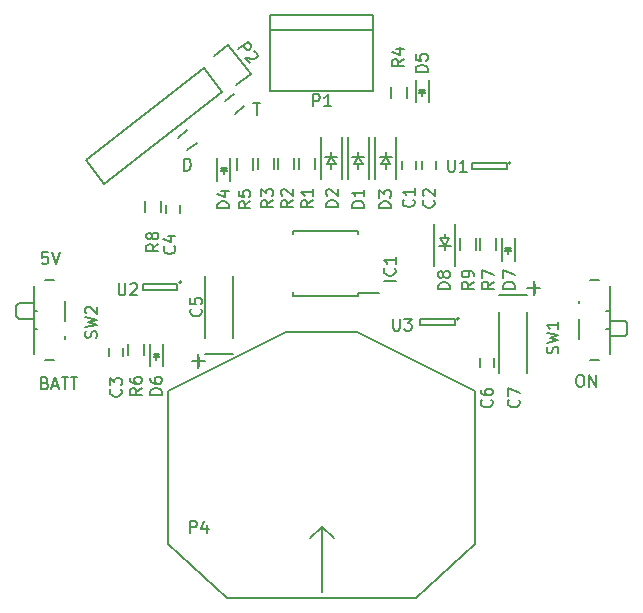
<source format=gbr>
G04 #@! TF.FileFunction,Legend,Top*
%FSLAX46Y46*%
G04 Gerber Fmt 4.6, Leading zero omitted, Abs format (unit mm)*
G04 Created by KiCad (PCBNEW 4.0.2+dfsg1-stable) date Mon 17 Oct 2016 06:19:30 PM CST*
%MOMM*%
G01*
G04 APERTURE LIST*
%ADD10C,0.100000*%
%ADD11C,0.150000*%
G04 APERTURE END LIST*
D10*
D11*
X88338095Y-87352381D02*
X88338095Y-86352381D01*
X88576190Y-86352381D01*
X88719048Y-86400000D01*
X88814286Y-86495238D01*
X88861905Y-86590476D01*
X88909524Y-86780952D01*
X88909524Y-86923810D01*
X88861905Y-87114286D01*
X88814286Y-87209524D01*
X88719048Y-87304762D01*
X88576190Y-87352381D01*
X88338095Y-87352381D01*
X94214286Y-81652381D02*
X94785715Y-81652381D01*
X94500000Y-82652381D02*
X94500000Y-81652381D01*
X121780952Y-104652381D02*
X121971429Y-104652381D01*
X122066667Y-104700000D01*
X122161905Y-104795238D01*
X122209524Y-104985714D01*
X122209524Y-105319048D01*
X122161905Y-105509524D01*
X122066667Y-105604762D01*
X121971429Y-105652381D01*
X121780952Y-105652381D01*
X121685714Y-105604762D01*
X121590476Y-105509524D01*
X121542857Y-105319048D01*
X121542857Y-104985714D01*
X121590476Y-104795238D01*
X121685714Y-104700000D01*
X121780952Y-104652381D01*
X122638095Y-105652381D02*
X122638095Y-104652381D01*
X123209524Y-105652381D01*
X123209524Y-104652381D01*
X76580953Y-105328571D02*
X76723810Y-105376190D01*
X76771429Y-105423810D01*
X76819048Y-105519048D01*
X76819048Y-105661905D01*
X76771429Y-105757143D01*
X76723810Y-105804762D01*
X76628572Y-105852381D01*
X76247619Y-105852381D01*
X76247619Y-104852381D01*
X76580953Y-104852381D01*
X76676191Y-104900000D01*
X76723810Y-104947619D01*
X76771429Y-105042857D01*
X76771429Y-105138095D01*
X76723810Y-105233333D01*
X76676191Y-105280952D01*
X76580953Y-105328571D01*
X76247619Y-105328571D01*
X77200000Y-105566667D02*
X77676191Y-105566667D01*
X77104762Y-105852381D02*
X77438095Y-104852381D01*
X77771429Y-105852381D01*
X77961905Y-104852381D02*
X78533334Y-104852381D01*
X78247619Y-105852381D02*
X78247619Y-104852381D01*
X78723810Y-104852381D02*
X79295239Y-104852381D01*
X79009524Y-105852381D02*
X79009524Y-104852381D01*
X76809524Y-94252381D02*
X76333333Y-94252381D01*
X76285714Y-94728571D01*
X76333333Y-94680952D01*
X76428571Y-94633333D01*
X76666667Y-94633333D01*
X76761905Y-94680952D01*
X76809524Y-94728571D01*
X76857143Y-94823810D01*
X76857143Y-95061905D01*
X76809524Y-95157143D01*
X76761905Y-95204762D01*
X76666667Y-95252381D01*
X76428571Y-95252381D01*
X76333333Y-95204762D01*
X76285714Y-95157143D01*
X77142857Y-94252381D02*
X77476190Y-95252381D01*
X77809524Y-94252381D01*
X106800000Y-87250000D02*
X106800000Y-86550000D01*
X108000000Y-86550000D02*
X108000000Y-87250000D01*
X108500000Y-87250000D02*
X108500000Y-86550000D01*
X109700000Y-86550000D02*
X109700000Y-87250000D01*
X83200000Y-102350000D02*
X83200000Y-103050000D01*
X82000000Y-103050000D02*
X82000000Y-102350000D01*
X86800000Y-90950000D02*
X86800000Y-90250000D01*
X88000000Y-90250000D02*
X88000000Y-90950000D01*
X113400000Y-103950000D02*
X113400000Y-103250000D01*
X114600000Y-103250000D02*
X114600000Y-103950000D01*
X115001120Y-99299040D02*
X115001120Y-104500960D01*
X117398880Y-104500960D02*
X117398880Y-99299040D01*
X118498700Y-97300060D02*
X117398880Y-97300060D01*
X117998320Y-96700620D02*
X117998320Y-97899500D01*
X117398880Y-97904580D02*
X115001120Y-97904580D01*
X103100000Y-86817500D02*
X103100000Y-87198500D01*
X103100000Y-85801500D02*
X103100000Y-86182500D01*
X103100000Y-86182500D02*
X103481000Y-86817500D01*
X103481000Y-86817500D02*
X102719000Y-86817500D01*
X102719000Y-86817500D02*
X103100000Y-86182500D01*
X103608000Y-86182500D02*
X102592000Y-86182500D01*
X102200000Y-84500000D02*
X102200000Y-88040000D01*
X104000000Y-84500000D02*
X104000000Y-88040000D01*
X100800000Y-86817500D02*
X100800000Y-87198500D01*
X100800000Y-85801500D02*
X100800000Y-86182500D01*
X100800000Y-86182500D02*
X101181000Y-86817500D01*
X101181000Y-86817500D02*
X100419000Y-86817500D01*
X100419000Y-86817500D02*
X100800000Y-86182500D01*
X101308000Y-86182500D02*
X100292000Y-86182500D01*
X99900000Y-84500000D02*
X99900000Y-88040000D01*
X101700000Y-84500000D02*
X101700000Y-88040000D01*
X105400000Y-86817500D02*
X105400000Y-87198500D01*
X105400000Y-85801500D02*
X105400000Y-86182500D01*
X105400000Y-86182500D02*
X105781000Y-86817500D01*
X105781000Y-86817500D02*
X105019000Y-86817500D01*
X105019000Y-86817500D02*
X105400000Y-86182500D01*
X105908000Y-86182500D02*
X104892000Y-86182500D01*
X104500000Y-84500000D02*
X104500000Y-88040000D01*
X106300000Y-84500000D02*
X106300000Y-88040000D01*
X91150000Y-86300000D02*
X91150000Y-88200000D01*
X92250000Y-86300000D02*
X92250000Y-88200000D01*
X91700000Y-87200000D02*
X91700000Y-87650000D01*
X91950000Y-87150000D02*
X91450000Y-87150000D01*
X91700000Y-87150000D02*
X91950000Y-87400000D01*
X91950000Y-87400000D02*
X91450000Y-87400000D01*
X91450000Y-87400000D02*
X91700000Y-87150000D01*
X107950000Y-79650000D02*
X107950000Y-81550000D01*
X109050000Y-79650000D02*
X109050000Y-81550000D01*
X108500000Y-80550000D02*
X108500000Y-81000000D01*
X108750000Y-80500000D02*
X108250000Y-80500000D01*
X108500000Y-80500000D02*
X108750000Y-80750000D01*
X108750000Y-80750000D02*
X108250000Y-80750000D01*
X108250000Y-80750000D02*
X108500000Y-80500000D01*
X85450000Y-102000000D02*
X85450000Y-103900000D01*
X86550000Y-102000000D02*
X86550000Y-103900000D01*
X86000000Y-102900000D02*
X86000000Y-103350000D01*
X86250000Y-102850000D02*
X85750000Y-102850000D01*
X86000000Y-102850000D02*
X86250000Y-103100000D01*
X86250000Y-103100000D02*
X85750000Y-103100000D01*
X85750000Y-103100000D02*
X86000000Y-102850000D01*
X115250000Y-93100000D02*
X115250000Y-95000000D01*
X116350000Y-93100000D02*
X116350000Y-95000000D01*
X115800000Y-94000000D02*
X115800000Y-94450000D01*
X116050000Y-93950000D02*
X115550000Y-93950000D01*
X115800000Y-93950000D02*
X116050000Y-94200000D01*
X116050000Y-94200000D02*
X115550000Y-94200000D01*
X115550000Y-94200000D02*
X115800000Y-93950000D01*
X110400000Y-93082500D02*
X110400000Y-92701500D01*
X110400000Y-94098500D02*
X110400000Y-93717500D01*
X110400000Y-93717500D02*
X110019000Y-93082500D01*
X110019000Y-93082500D02*
X110781000Y-93082500D01*
X110781000Y-93082500D02*
X110400000Y-93717500D01*
X109892000Y-93717500D02*
X110908000Y-93717500D01*
X111300000Y-95400000D02*
X111300000Y-91860000D01*
X109500000Y-95400000D02*
X109500000Y-91860000D01*
X103050000Y-97955000D02*
X103050000Y-97750000D01*
X97550000Y-97955000D02*
X97550000Y-97655000D01*
X97550000Y-92445000D02*
X97550000Y-92745000D01*
X103050000Y-92445000D02*
X103050000Y-92745000D01*
X103050000Y-97955000D02*
X97550000Y-97955000D01*
X103050000Y-92445000D02*
X97550000Y-92445000D01*
X103050000Y-97750000D02*
X104800000Y-97750000D01*
X104350900Y-74182540D02*
X95650900Y-74182540D01*
X104350900Y-80587540D02*
X95650900Y-80587540D01*
X95650900Y-80587540D02*
X95650900Y-74182540D01*
X95650900Y-75412540D02*
X104350900Y-75412540D01*
X104350900Y-74182540D02*
X104350900Y-80587540D01*
X99425000Y-86250000D02*
X99425000Y-87250000D01*
X98075000Y-87250000D02*
X98075000Y-86250000D01*
X97675000Y-86250000D02*
X97675000Y-87250000D01*
X96325000Y-87250000D02*
X96325000Y-86250000D01*
X94575000Y-87250000D02*
X94575000Y-86250000D01*
X95925000Y-86250000D02*
X95925000Y-87250000D01*
X105825000Y-81250000D02*
X105825000Y-80250000D01*
X107175000Y-80250000D02*
X107175000Y-81250000D01*
X92825000Y-87300000D02*
X92825000Y-86300000D01*
X94175000Y-86300000D02*
X94175000Y-87300000D01*
X83625000Y-103000000D02*
X83625000Y-102000000D01*
X84975000Y-102000000D02*
X84975000Y-103000000D01*
X113425000Y-94100000D02*
X113425000Y-93100000D01*
X114775000Y-93100000D02*
X114775000Y-94100000D01*
X85025000Y-90900000D02*
X85025000Y-89900000D01*
X86375000Y-89900000D02*
X86375000Y-90900000D01*
X113075000Y-93100000D02*
X113075000Y-94100000D01*
X111725000Y-94100000D02*
X111725000Y-93100000D01*
X91790423Y-81475923D02*
X92578434Y-80860262D01*
X93409577Y-81924077D02*
X92621566Y-82539738D01*
X124075000Y-99250000D02*
X124375000Y-99250000D01*
X124075000Y-100750000D02*
X124375000Y-100750000D01*
X121775000Y-98600000D02*
X121775000Y-98400000D01*
X125675000Y-101400000D02*
X125875000Y-101200000D01*
X125675000Y-100100000D02*
X125875000Y-100300000D01*
X124375000Y-101400000D02*
X125675000Y-101400000D01*
X125875000Y-101200000D02*
X125875000Y-100300000D01*
X125675000Y-100100000D02*
X124375000Y-100100000D01*
X124375000Y-102850000D02*
X124375000Y-97150000D01*
X121775000Y-101600000D02*
X121775000Y-99900000D01*
X122675000Y-103350000D02*
X123475000Y-103350000D01*
X123475000Y-96650000D02*
X122675000Y-96650000D01*
X75925000Y-100750000D02*
X75625000Y-100750000D01*
X75925000Y-99250000D02*
X75625000Y-99250000D01*
X78225000Y-101400000D02*
X78225000Y-101600000D01*
X74325000Y-98600000D02*
X74125000Y-98800000D01*
X74325000Y-99900000D02*
X74125000Y-99700000D01*
X75625000Y-98600000D02*
X74325000Y-98600000D01*
X74125000Y-98800000D02*
X74125000Y-99700000D01*
X74325000Y-99900000D02*
X75625000Y-99900000D01*
X75625000Y-97150000D02*
X75625000Y-102850000D01*
X78225000Y-98400000D02*
X78225000Y-100100000D01*
X77325000Y-96650000D02*
X76525000Y-96650000D01*
X76525000Y-103350000D02*
X77325000Y-103350000D01*
X116000000Y-86700000D02*
G75*
G03X116000000Y-86700000I-100000J0D01*
G01*
X115650000Y-87250000D02*
X115650000Y-86750000D01*
X112750000Y-87250000D02*
X115650000Y-87250000D01*
X112750000Y-86750000D02*
X112750000Y-87250000D01*
X115650000Y-86750000D02*
X112750000Y-86750000D01*
X88100000Y-96800000D02*
G75*
G03X88100000Y-96800000I-100000J0D01*
G01*
X87750000Y-97450000D02*
X87750000Y-96950000D01*
X84850000Y-97450000D02*
X87750000Y-97450000D01*
X84850000Y-96950000D02*
X84850000Y-97450000D01*
X87750000Y-96950000D02*
X84850000Y-96950000D01*
X111600000Y-99900000D02*
G75*
G03X111600000Y-99900000I-100000J0D01*
G01*
X111250000Y-100450000D02*
X111250000Y-99950000D01*
X108350000Y-100450000D02*
X111250000Y-100450000D01*
X108350000Y-99950000D02*
X108350000Y-100450000D01*
X111250000Y-99950000D02*
X108350000Y-99950000D01*
X100000000Y-117500000D02*
X101000000Y-118500000D01*
X100000000Y-123000000D02*
X100000000Y-117500000D01*
X100000000Y-117500000D02*
X99000000Y-118500000D01*
X113000000Y-119000000D02*
X108000000Y-123500000D01*
X87000000Y-119000000D02*
X92000000Y-123500000D01*
X92000000Y-123500000D02*
X108000000Y-123500000D01*
X103000000Y-101000000D02*
X113000000Y-106000000D01*
X97000000Y-101000000D02*
X87000000Y-106000000D01*
X100000000Y-101000000D02*
X103000000Y-101000000D01*
X100000000Y-101000000D02*
X97000000Y-101000000D01*
X113000000Y-112500000D02*
X113000000Y-119000000D01*
X113000000Y-112500000D02*
X113000000Y-106000000D01*
X87000000Y-112500000D02*
X87000000Y-119000000D01*
X87000000Y-112500000D02*
X87000000Y-106000000D01*
X91581116Y-80682664D02*
X81573380Y-88501564D01*
X81573380Y-88501564D02*
X80009600Y-86500017D01*
X80009600Y-86500017D02*
X90017336Y-78681116D01*
X93975692Y-79167141D02*
X92754275Y-80121417D01*
X91581116Y-80682664D02*
X90017336Y-78681116D01*
X90845725Y-77678583D02*
X92067141Y-76724308D01*
X92067141Y-76724308D02*
X93975692Y-79167141D01*
X87790423Y-84575923D02*
X88578434Y-83960262D01*
X89409577Y-85024077D02*
X88621566Y-85639738D01*
X92498880Y-101500960D02*
X92498880Y-96299040D01*
X90101120Y-96299040D02*
X90101120Y-101500960D01*
X89001300Y-103499940D02*
X90101120Y-103499940D01*
X89501680Y-104099380D02*
X89501680Y-102900500D01*
X90101120Y-102895420D02*
X92498880Y-102895420D01*
X107757143Y-89816666D02*
X107804762Y-89864285D01*
X107852381Y-90007142D01*
X107852381Y-90102380D01*
X107804762Y-90245238D01*
X107709524Y-90340476D01*
X107614286Y-90388095D01*
X107423810Y-90435714D01*
X107280952Y-90435714D01*
X107090476Y-90388095D01*
X106995238Y-90340476D01*
X106900000Y-90245238D01*
X106852381Y-90102380D01*
X106852381Y-90007142D01*
X106900000Y-89864285D01*
X106947619Y-89816666D01*
X107852381Y-88864285D02*
X107852381Y-89435714D01*
X107852381Y-89150000D02*
X106852381Y-89150000D01*
X106995238Y-89245238D01*
X107090476Y-89340476D01*
X107138095Y-89435714D01*
X109457143Y-89866666D02*
X109504762Y-89914285D01*
X109552381Y-90057142D01*
X109552381Y-90152380D01*
X109504762Y-90295238D01*
X109409524Y-90390476D01*
X109314286Y-90438095D01*
X109123810Y-90485714D01*
X108980952Y-90485714D01*
X108790476Y-90438095D01*
X108695238Y-90390476D01*
X108600000Y-90295238D01*
X108552381Y-90152380D01*
X108552381Y-90057142D01*
X108600000Y-89914285D01*
X108647619Y-89866666D01*
X108647619Y-89485714D02*
X108600000Y-89438095D01*
X108552381Y-89342857D01*
X108552381Y-89104761D01*
X108600000Y-89009523D01*
X108647619Y-88961904D01*
X108742857Y-88914285D01*
X108838095Y-88914285D01*
X108980952Y-88961904D01*
X109552381Y-89533333D01*
X109552381Y-88914285D01*
X82957143Y-105866666D02*
X83004762Y-105914285D01*
X83052381Y-106057142D01*
X83052381Y-106152380D01*
X83004762Y-106295238D01*
X82909524Y-106390476D01*
X82814286Y-106438095D01*
X82623810Y-106485714D01*
X82480952Y-106485714D01*
X82290476Y-106438095D01*
X82195238Y-106390476D01*
X82100000Y-106295238D01*
X82052381Y-106152380D01*
X82052381Y-106057142D01*
X82100000Y-105914285D01*
X82147619Y-105866666D01*
X82052381Y-105533333D02*
X82052381Y-104914285D01*
X82433333Y-105247619D01*
X82433333Y-105104761D01*
X82480952Y-105009523D01*
X82528571Y-104961904D01*
X82623810Y-104914285D01*
X82861905Y-104914285D01*
X82957143Y-104961904D01*
X83004762Y-105009523D01*
X83052381Y-105104761D01*
X83052381Y-105390476D01*
X83004762Y-105485714D01*
X82957143Y-105533333D01*
X87507143Y-93766666D02*
X87554762Y-93814285D01*
X87602381Y-93957142D01*
X87602381Y-94052380D01*
X87554762Y-94195238D01*
X87459524Y-94290476D01*
X87364286Y-94338095D01*
X87173810Y-94385714D01*
X87030952Y-94385714D01*
X86840476Y-94338095D01*
X86745238Y-94290476D01*
X86650000Y-94195238D01*
X86602381Y-94052380D01*
X86602381Y-93957142D01*
X86650000Y-93814285D01*
X86697619Y-93766666D01*
X86935714Y-92909523D02*
X87602381Y-92909523D01*
X86554762Y-93147619D02*
X87269048Y-93385714D01*
X87269048Y-92766666D01*
X114357143Y-106766666D02*
X114404762Y-106814285D01*
X114452381Y-106957142D01*
X114452381Y-107052380D01*
X114404762Y-107195238D01*
X114309524Y-107290476D01*
X114214286Y-107338095D01*
X114023810Y-107385714D01*
X113880952Y-107385714D01*
X113690476Y-107338095D01*
X113595238Y-107290476D01*
X113500000Y-107195238D01*
X113452381Y-107052380D01*
X113452381Y-106957142D01*
X113500000Y-106814285D01*
X113547619Y-106766666D01*
X113452381Y-105909523D02*
X113452381Y-106100000D01*
X113500000Y-106195238D01*
X113547619Y-106242857D01*
X113690476Y-106338095D01*
X113880952Y-106385714D01*
X114261905Y-106385714D01*
X114357143Y-106338095D01*
X114404762Y-106290476D01*
X114452381Y-106195238D01*
X114452381Y-106004761D01*
X114404762Y-105909523D01*
X114357143Y-105861904D01*
X114261905Y-105814285D01*
X114023810Y-105814285D01*
X113928571Y-105861904D01*
X113880952Y-105909523D01*
X113833333Y-106004761D01*
X113833333Y-106195238D01*
X113880952Y-106290476D01*
X113928571Y-106338095D01*
X114023810Y-106385714D01*
X116657143Y-106766666D02*
X116704762Y-106814285D01*
X116752381Y-106957142D01*
X116752381Y-107052380D01*
X116704762Y-107195238D01*
X116609524Y-107290476D01*
X116514286Y-107338095D01*
X116323810Y-107385714D01*
X116180952Y-107385714D01*
X115990476Y-107338095D01*
X115895238Y-107290476D01*
X115800000Y-107195238D01*
X115752381Y-107052380D01*
X115752381Y-106957142D01*
X115800000Y-106814285D01*
X115847619Y-106766666D01*
X115752381Y-106433333D02*
X115752381Y-105766666D01*
X116752381Y-106195238D01*
X118072289Y-97681012D02*
X118072289Y-96919107D01*
X118453241Y-97300059D02*
X117691336Y-97300059D01*
X103552381Y-90488095D02*
X102552381Y-90488095D01*
X102552381Y-90250000D01*
X102600000Y-90107142D01*
X102695238Y-90011904D01*
X102790476Y-89964285D01*
X102980952Y-89916666D01*
X103123810Y-89916666D01*
X103314286Y-89964285D01*
X103409524Y-90011904D01*
X103504762Y-90107142D01*
X103552381Y-90250000D01*
X103552381Y-90488095D01*
X103552381Y-88964285D02*
X103552381Y-89535714D01*
X103552381Y-89250000D02*
X102552381Y-89250000D01*
X102695238Y-89345238D01*
X102790476Y-89440476D01*
X102838095Y-89535714D01*
X101352381Y-90438095D02*
X100352381Y-90438095D01*
X100352381Y-90200000D01*
X100400000Y-90057142D01*
X100495238Y-89961904D01*
X100590476Y-89914285D01*
X100780952Y-89866666D01*
X100923810Y-89866666D01*
X101114286Y-89914285D01*
X101209524Y-89961904D01*
X101304762Y-90057142D01*
X101352381Y-90200000D01*
X101352381Y-90438095D01*
X100447619Y-89485714D02*
X100400000Y-89438095D01*
X100352381Y-89342857D01*
X100352381Y-89104761D01*
X100400000Y-89009523D01*
X100447619Y-88961904D01*
X100542857Y-88914285D01*
X100638095Y-88914285D01*
X100780952Y-88961904D01*
X101352381Y-89533333D01*
X101352381Y-88914285D01*
X105852381Y-90538095D02*
X104852381Y-90538095D01*
X104852381Y-90300000D01*
X104900000Y-90157142D01*
X104995238Y-90061904D01*
X105090476Y-90014285D01*
X105280952Y-89966666D01*
X105423810Y-89966666D01*
X105614286Y-90014285D01*
X105709524Y-90061904D01*
X105804762Y-90157142D01*
X105852381Y-90300000D01*
X105852381Y-90538095D01*
X104852381Y-89633333D02*
X104852381Y-89014285D01*
X105233333Y-89347619D01*
X105233333Y-89204761D01*
X105280952Y-89109523D01*
X105328571Y-89061904D01*
X105423810Y-89014285D01*
X105661905Y-89014285D01*
X105757143Y-89061904D01*
X105804762Y-89109523D01*
X105852381Y-89204761D01*
X105852381Y-89490476D01*
X105804762Y-89585714D01*
X105757143Y-89633333D01*
X92152381Y-90538095D02*
X91152381Y-90538095D01*
X91152381Y-90300000D01*
X91200000Y-90157142D01*
X91295238Y-90061904D01*
X91390476Y-90014285D01*
X91580952Y-89966666D01*
X91723810Y-89966666D01*
X91914286Y-90014285D01*
X92009524Y-90061904D01*
X92104762Y-90157142D01*
X92152381Y-90300000D01*
X92152381Y-90538095D01*
X91485714Y-89109523D02*
X92152381Y-89109523D01*
X91104762Y-89347619D02*
X91819048Y-89585714D01*
X91819048Y-88966666D01*
X108952381Y-78988095D02*
X107952381Y-78988095D01*
X107952381Y-78750000D01*
X108000000Y-78607142D01*
X108095238Y-78511904D01*
X108190476Y-78464285D01*
X108380952Y-78416666D01*
X108523810Y-78416666D01*
X108714286Y-78464285D01*
X108809524Y-78511904D01*
X108904762Y-78607142D01*
X108952381Y-78750000D01*
X108952381Y-78988095D01*
X107952381Y-77511904D02*
X107952381Y-77988095D01*
X108428571Y-78035714D01*
X108380952Y-77988095D01*
X108333333Y-77892857D01*
X108333333Y-77654761D01*
X108380952Y-77559523D01*
X108428571Y-77511904D01*
X108523810Y-77464285D01*
X108761905Y-77464285D01*
X108857143Y-77511904D01*
X108904762Y-77559523D01*
X108952381Y-77654761D01*
X108952381Y-77892857D01*
X108904762Y-77988095D01*
X108857143Y-78035714D01*
X86452381Y-106338095D02*
X85452381Y-106338095D01*
X85452381Y-106100000D01*
X85500000Y-105957142D01*
X85595238Y-105861904D01*
X85690476Y-105814285D01*
X85880952Y-105766666D01*
X86023810Y-105766666D01*
X86214286Y-105814285D01*
X86309524Y-105861904D01*
X86404762Y-105957142D01*
X86452381Y-106100000D01*
X86452381Y-106338095D01*
X85452381Y-104909523D02*
X85452381Y-105100000D01*
X85500000Y-105195238D01*
X85547619Y-105242857D01*
X85690476Y-105338095D01*
X85880952Y-105385714D01*
X86261905Y-105385714D01*
X86357143Y-105338095D01*
X86404762Y-105290476D01*
X86452381Y-105195238D01*
X86452381Y-105004761D01*
X86404762Y-104909523D01*
X86357143Y-104861904D01*
X86261905Y-104814285D01*
X86023810Y-104814285D01*
X85928571Y-104861904D01*
X85880952Y-104909523D01*
X85833333Y-105004761D01*
X85833333Y-105195238D01*
X85880952Y-105290476D01*
X85928571Y-105338095D01*
X86023810Y-105385714D01*
X116352381Y-97338095D02*
X115352381Y-97338095D01*
X115352381Y-97100000D01*
X115400000Y-96957142D01*
X115495238Y-96861904D01*
X115590476Y-96814285D01*
X115780952Y-96766666D01*
X115923810Y-96766666D01*
X116114286Y-96814285D01*
X116209524Y-96861904D01*
X116304762Y-96957142D01*
X116352381Y-97100000D01*
X116352381Y-97338095D01*
X115352381Y-96433333D02*
X115352381Y-95766666D01*
X116352381Y-96195238D01*
X110852381Y-97388095D02*
X109852381Y-97388095D01*
X109852381Y-97150000D01*
X109900000Y-97007142D01*
X109995238Y-96911904D01*
X110090476Y-96864285D01*
X110280952Y-96816666D01*
X110423810Y-96816666D01*
X110614286Y-96864285D01*
X110709524Y-96911904D01*
X110804762Y-97007142D01*
X110852381Y-97150000D01*
X110852381Y-97388095D01*
X110280952Y-96245238D02*
X110233333Y-96340476D01*
X110185714Y-96388095D01*
X110090476Y-96435714D01*
X110042857Y-96435714D01*
X109947619Y-96388095D01*
X109900000Y-96340476D01*
X109852381Y-96245238D01*
X109852381Y-96054761D01*
X109900000Y-95959523D01*
X109947619Y-95911904D01*
X110042857Y-95864285D01*
X110090476Y-95864285D01*
X110185714Y-95911904D01*
X110233333Y-95959523D01*
X110280952Y-96054761D01*
X110280952Y-96245238D01*
X110328571Y-96340476D01*
X110376190Y-96388095D01*
X110471429Y-96435714D01*
X110661905Y-96435714D01*
X110757143Y-96388095D01*
X110804762Y-96340476D01*
X110852381Y-96245238D01*
X110852381Y-96054761D01*
X110804762Y-95959523D01*
X110757143Y-95911904D01*
X110661905Y-95864285D01*
X110471429Y-95864285D01*
X110376190Y-95911904D01*
X110328571Y-95959523D01*
X110280952Y-96054761D01*
X106252381Y-96676190D02*
X105252381Y-96676190D01*
X106157143Y-95628571D02*
X106204762Y-95676190D01*
X106252381Y-95819047D01*
X106252381Y-95914285D01*
X106204762Y-96057143D01*
X106109524Y-96152381D01*
X106014286Y-96200000D01*
X105823810Y-96247619D01*
X105680952Y-96247619D01*
X105490476Y-96200000D01*
X105395238Y-96152381D01*
X105300000Y-96057143D01*
X105252381Y-95914285D01*
X105252381Y-95819047D01*
X105300000Y-95676190D01*
X105347619Y-95628571D01*
X106252381Y-94676190D02*
X106252381Y-95247619D01*
X106252381Y-94961905D02*
X105252381Y-94961905D01*
X105395238Y-95057143D01*
X105490476Y-95152381D01*
X105538095Y-95247619D01*
X99261905Y-81902381D02*
X99261905Y-80902381D01*
X99642858Y-80902381D01*
X99738096Y-80950000D01*
X99785715Y-80997619D01*
X99833334Y-81092857D01*
X99833334Y-81235714D01*
X99785715Y-81330952D01*
X99738096Y-81378571D01*
X99642858Y-81426190D01*
X99261905Y-81426190D01*
X100785715Y-81902381D02*
X100214286Y-81902381D01*
X100500000Y-81902381D02*
X100500000Y-80902381D01*
X100404762Y-81045238D01*
X100309524Y-81140476D01*
X100214286Y-81188095D01*
X99252381Y-89866666D02*
X98776190Y-90200000D01*
X99252381Y-90438095D02*
X98252381Y-90438095D01*
X98252381Y-90057142D01*
X98300000Y-89961904D01*
X98347619Y-89914285D01*
X98442857Y-89866666D01*
X98585714Y-89866666D01*
X98680952Y-89914285D01*
X98728571Y-89961904D01*
X98776190Y-90057142D01*
X98776190Y-90438095D01*
X99252381Y-88914285D02*
X99252381Y-89485714D01*
X99252381Y-89200000D02*
X98252381Y-89200000D01*
X98395238Y-89295238D01*
X98490476Y-89390476D01*
X98538095Y-89485714D01*
X97552381Y-89866666D02*
X97076190Y-90200000D01*
X97552381Y-90438095D02*
X96552381Y-90438095D01*
X96552381Y-90057142D01*
X96600000Y-89961904D01*
X96647619Y-89914285D01*
X96742857Y-89866666D01*
X96885714Y-89866666D01*
X96980952Y-89914285D01*
X97028571Y-89961904D01*
X97076190Y-90057142D01*
X97076190Y-90438095D01*
X96647619Y-89485714D02*
X96600000Y-89438095D01*
X96552381Y-89342857D01*
X96552381Y-89104761D01*
X96600000Y-89009523D01*
X96647619Y-88961904D01*
X96742857Y-88914285D01*
X96838095Y-88914285D01*
X96980952Y-88961904D01*
X97552381Y-89533333D01*
X97552381Y-88914285D01*
X95852381Y-89866666D02*
X95376190Y-90200000D01*
X95852381Y-90438095D02*
X94852381Y-90438095D01*
X94852381Y-90057142D01*
X94900000Y-89961904D01*
X94947619Y-89914285D01*
X95042857Y-89866666D01*
X95185714Y-89866666D01*
X95280952Y-89914285D01*
X95328571Y-89961904D01*
X95376190Y-90057142D01*
X95376190Y-90438095D01*
X94852381Y-89533333D02*
X94852381Y-88914285D01*
X95233333Y-89247619D01*
X95233333Y-89104761D01*
X95280952Y-89009523D01*
X95328571Y-88961904D01*
X95423810Y-88914285D01*
X95661905Y-88914285D01*
X95757143Y-88961904D01*
X95804762Y-89009523D01*
X95852381Y-89104761D01*
X95852381Y-89390476D01*
X95804762Y-89485714D01*
X95757143Y-89533333D01*
X106952381Y-77916666D02*
X106476190Y-78250000D01*
X106952381Y-78488095D02*
X105952381Y-78488095D01*
X105952381Y-78107142D01*
X106000000Y-78011904D01*
X106047619Y-77964285D01*
X106142857Y-77916666D01*
X106285714Y-77916666D01*
X106380952Y-77964285D01*
X106428571Y-78011904D01*
X106476190Y-78107142D01*
X106476190Y-78488095D01*
X106285714Y-77059523D02*
X106952381Y-77059523D01*
X105904762Y-77297619D02*
X106619048Y-77535714D01*
X106619048Y-76916666D01*
X93952381Y-89966666D02*
X93476190Y-90300000D01*
X93952381Y-90538095D02*
X92952381Y-90538095D01*
X92952381Y-90157142D01*
X93000000Y-90061904D01*
X93047619Y-90014285D01*
X93142857Y-89966666D01*
X93285714Y-89966666D01*
X93380952Y-90014285D01*
X93428571Y-90061904D01*
X93476190Y-90157142D01*
X93476190Y-90538095D01*
X92952381Y-89061904D02*
X92952381Y-89538095D01*
X93428571Y-89585714D01*
X93380952Y-89538095D01*
X93333333Y-89442857D01*
X93333333Y-89204761D01*
X93380952Y-89109523D01*
X93428571Y-89061904D01*
X93523810Y-89014285D01*
X93761905Y-89014285D01*
X93857143Y-89061904D01*
X93904762Y-89109523D01*
X93952381Y-89204761D01*
X93952381Y-89442857D01*
X93904762Y-89538095D01*
X93857143Y-89585714D01*
X84752381Y-105766666D02*
X84276190Y-106100000D01*
X84752381Y-106338095D02*
X83752381Y-106338095D01*
X83752381Y-105957142D01*
X83800000Y-105861904D01*
X83847619Y-105814285D01*
X83942857Y-105766666D01*
X84085714Y-105766666D01*
X84180952Y-105814285D01*
X84228571Y-105861904D01*
X84276190Y-105957142D01*
X84276190Y-106338095D01*
X83752381Y-104909523D02*
X83752381Y-105100000D01*
X83800000Y-105195238D01*
X83847619Y-105242857D01*
X83990476Y-105338095D01*
X84180952Y-105385714D01*
X84561905Y-105385714D01*
X84657143Y-105338095D01*
X84704762Y-105290476D01*
X84752381Y-105195238D01*
X84752381Y-105004761D01*
X84704762Y-104909523D01*
X84657143Y-104861904D01*
X84561905Y-104814285D01*
X84323810Y-104814285D01*
X84228571Y-104861904D01*
X84180952Y-104909523D01*
X84133333Y-105004761D01*
X84133333Y-105195238D01*
X84180952Y-105290476D01*
X84228571Y-105338095D01*
X84323810Y-105385714D01*
X114552381Y-96766666D02*
X114076190Y-97100000D01*
X114552381Y-97338095D02*
X113552381Y-97338095D01*
X113552381Y-96957142D01*
X113600000Y-96861904D01*
X113647619Y-96814285D01*
X113742857Y-96766666D01*
X113885714Y-96766666D01*
X113980952Y-96814285D01*
X114028571Y-96861904D01*
X114076190Y-96957142D01*
X114076190Y-97338095D01*
X113552381Y-96433333D02*
X113552381Y-95766666D01*
X114552381Y-96195238D01*
X86152381Y-93566666D02*
X85676190Y-93900000D01*
X86152381Y-94138095D02*
X85152381Y-94138095D01*
X85152381Y-93757142D01*
X85200000Y-93661904D01*
X85247619Y-93614285D01*
X85342857Y-93566666D01*
X85485714Y-93566666D01*
X85580952Y-93614285D01*
X85628571Y-93661904D01*
X85676190Y-93757142D01*
X85676190Y-94138095D01*
X85580952Y-92995238D02*
X85533333Y-93090476D01*
X85485714Y-93138095D01*
X85390476Y-93185714D01*
X85342857Y-93185714D01*
X85247619Y-93138095D01*
X85200000Y-93090476D01*
X85152381Y-92995238D01*
X85152381Y-92804761D01*
X85200000Y-92709523D01*
X85247619Y-92661904D01*
X85342857Y-92614285D01*
X85390476Y-92614285D01*
X85485714Y-92661904D01*
X85533333Y-92709523D01*
X85580952Y-92804761D01*
X85580952Y-92995238D01*
X85628571Y-93090476D01*
X85676190Y-93138095D01*
X85771429Y-93185714D01*
X85961905Y-93185714D01*
X86057143Y-93138095D01*
X86104762Y-93090476D01*
X86152381Y-92995238D01*
X86152381Y-92804761D01*
X86104762Y-92709523D01*
X86057143Y-92661904D01*
X85961905Y-92614285D01*
X85771429Y-92614285D01*
X85676190Y-92661904D01*
X85628571Y-92709523D01*
X85580952Y-92804761D01*
X112852381Y-96766666D02*
X112376190Y-97100000D01*
X112852381Y-97338095D02*
X111852381Y-97338095D01*
X111852381Y-96957142D01*
X111900000Y-96861904D01*
X111947619Y-96814285D01*
X112042857Y-96766666D01*
X112185714Y-96766666D01*
X112280952Y-96814285D01*
X112328571Y-96861904D01*
X112376190Y-96957142D01*
X112376190Y-97338095D01*
X112852381Y-96290476D02*
X112852381Y-96100000D01*
X112804762Y-96004761D01*
X112757143Y-95957142D01*
X112614286Y-95861904D01*
X112423810Y-95814285D01*
X112042857Y-95814285D01*
X111947619Y-95861904D01*
X111900000Y-95909523D01*
X111852381Y-96004761D01*
X111852381Y-96195238D01*
X111900000Y-96290476D01*
X111947619Y-96338095D01*
X112042857Y-96385714D01*
X112280952Y-96385714D01*
X112376190Y-96338095D01*
X112423810Y-96290476D01*
X112471429Y-96195238D01*
X112471429Y-96004761D01*
X112423810Y-95909523D01*
X112376190Y-95861904D01*
X112280952Y-95814285D01*
X119979762Y-102833333D02*
X120027381Y-102690476D01*
X120027381Y-102452380D01*
X119979762Y-102357142D01*
X119932143Y-102309523D01*
X119836905Y-102261904D01*
X119741667Y-102261904D01*
X119646429Y-102309523D01*
X119598810Y-102357142D01*
X119551190Y-102452380D01*
X119503571Y-102642857D01*
X119455952Y-102738095D01*
X119408333Y-102785714D01*
X119313095Y-102833333D01*
X119217857Y-102833333D01*
X119122619Y-102785714D01*
X119075000Y-102738095D01*
X119027381Y-102642857D01*
X119027381Y-102404761D01*
X119075000Y-102261904D01*
X119027381Y-101928571D02*
X120027381Y-101690476D01*
X119313095Y-101499999D01*
X120027381Y-101309523D01*
X119027381Y-101071428D01*
X120027381Y-100166666D02*
X120027381Y-100738095D01*
X120027381Y-100452381D02*
X119027381Y-100452381D01*
X119170238Y-100547619D01*
X119265476Y-100642857D01*
X119313095Y-100738095D01*
X80904762Y-101533333D02*
X80952381Y-101390476D01*
X80952381Y-101152380D01*
X80904762Y-101057142D01*
X80857143Y-101009523D01*
X80761905Y-100961904D01*
X80666667Y-100961904D01*
X80571429Y-101009523D01*
X80523810Y-101057142D01*
X80476190Y-101152380D01*
X80428571Y-101342857D01*
X80380952Y-101438095D01*
X80333333Y-101485714D01*
X80238095Y-101533333D01*
X80142857Y-101533333D01*
X80047619Y-101485714D01*
X80000000Y-101438095D01*
X79952381Y-101342857D01*
X79952381Y-101104761D01*
X80000000Y-100961904D01*
X79952381Y-100628571D02*
X80952381Y-100390476D01*
X80238095Y-100199999D01*
X80952381Y-100009523D01*
X79952381Y-99771428D01*
X80047619Y-99438095D02*
X80000000Y-99390476D01*
X79952381Y-99295238D01*
X79952381Y-99057142D01*
X80000000Y-98961904D01*
X80047619Y-98914285D01*
X80142857Y-98866666D01*
X80238095Y-98866666D01*
X80380952Y-98914285D01*
X80952381Y-99485714D01*
X80952381Y-98866666D01*
X110688095Y-86452381D02*
X110688095Y-87261905D01*
X110735714Y-87357143D01*
X110783333Y-87404762D01*
X110878571Y-87452381D01*
X111069048Y-87452381D01*
X111164286Y-87404762D01*
X111211905Y-87357143D01*
X111259524Y-87261905D01*
X111259524Y-86452381D01*
X112259524Y-87452381D02*
X111688095Y-87452381D01*
X111973809Y-87452381D02*
X111973809Y-86452381D01*
X111878571Y-86595238D01*
X111783333Y-86690476D01*
X111688095Y-86738095D01*
X82788095Y-96902381D02*
X82788095Y-97711905D01*
X82835714Y-97807143D01*
X82883333Y-97854762D01*
X82978571Y-97902381D01*
X83169048Y-97902381D01*
X83264286Y-97854762D01*
X83311905Y-97807143D01*
X83359524Y-97711905D01*
X83359524Y-96902381D01*
X83788095Y-96997619D02*
X83835714Y-96950000D01*
X83930952Y-96902381D01*
X84169048Y-96902381D01*
X84264286Y-96950000D01*
X84311905Y-96997619D01*
X84359524Y-97092857D01*
X84359524Y-97188095D01*
X84311905Y-97330952D01*
X83740476Y-97902381D01*
X84359524Y-97902381D01*
X106038095Y-99902381D02*
X106038095Y-100711905D01*
X106085714Y-100807143D01*
X106133333Y-100854762D01*
X106228571Y-100902381D01*
X106419048Y-100902381D01*
X106514286Y-100854762D01*
X106561905Y-100807143D01*
X106609524Y-100711905D01*
X106609524Y-99902381D01*
X106990476Y-99902381D02*
X107609524Y-99902381D01*
X107276190Y-100283333D01*
X107419048Y-100283333D01*
X107514286Y-100330952D01*
X107561905Y-100378571D01*
X107609524Y-100473810D01*
X107609524Y-100711905D01*
X107561905Y-100807143D01*
X107514286Y-100854762D01*
X107419048Y-100902381D01*
X107133333Y-100902381D01*
X107038095Y-100854762D01*
X106990476Y-100807143D01*
X88841905Y-118032381D02*
X88841905Y-117032381D01*
X89222858Y-117032381D01*
X89318096Y-117080000D01*
X89365715Y-117127619D01*
X89413334Y-117222857D01*
X89413334Y-117365714D01*
X89365715Y-117460952D01*
X89318096Y-117508571D01*
X89222858Y-117556190D01*
X88841905Y-117556190D01*
X90270477Y-117365714D02*
X90270477Y-118032381D01*
X90032381Y-116984762D02*
X89794286Y-117699048D01*
X90413334Y-117699048D01*
X92939329Y-77073202D02*
X93727340Y-76457540D01*
X93961878Y-76757735D01*
X93982988Y-76862101D01*
X93974781Y-76928943D01*
X93929050Y-77025101D01*
X93816477Y-77113053D01*
X93712111Y-77134163D01*
X93645270Y-77125956D01*
X93549111Y-77080224D01*
X93314573Y-76780029D01*
X94238636Y-77266661D02*
X94305477Y-77274868D01*
X94401636Y-77320600D01*
X94548222Y-77508222D01*
X94569332Y-77612588D01*
X94561125Y-77679429D01*
X94515394Y-77775588D01*
X94440345Y-77834222D01*
X94298455Y-77884649D01*
X93496356Y-77786164D01*
X93877480Y-78273980D01*
X89757143Y-99066666D02*
X89804762Y-99114285D01*
X89852381Y-99257142D01*
X89852381Y-99352380D01*
X89804762Y-99495238D01*
X89709524Y-99590476D01*
X89614286Y-99638095D01*
X89423810Y-99685714D01*
X89280952Y-99685714D01*
X89090476Y-99638095D01*
X88995238Y-99590476D01*
X88900000Y-99495238D01*
X88852381Y-99352380D01*
X88852381Y-99257142D01*
X88900000Y-99114285D01*
X88947619Y-99066666D01*
X88852381Y-98161904D02*
X88852381Y-98638095D01*
X89328571Y-98685714D01*
X89280952Y-98638095D01*
X89233333Y-98542857D01*
X89233333Y-98304761D01*
X89280952Y-98209523D01*
X89328571Y-98161904D01*
X89423810Y-98114285D01*
X89661905Y-98114285D01*
X89757143Y-98161904D01*
X89804762Y-98209523D01*
X89852381Y-98304761D01*
X89852381Y-98542857D01*
X89804762Y-98638095D01*
X89757143Y-98685714D01*
X89570569Y-103880892D02*
X89570569Y-103118987D01*
X89951521Y-103499939D02*
X89189616Y-103499939D01*
M02*

</source>
